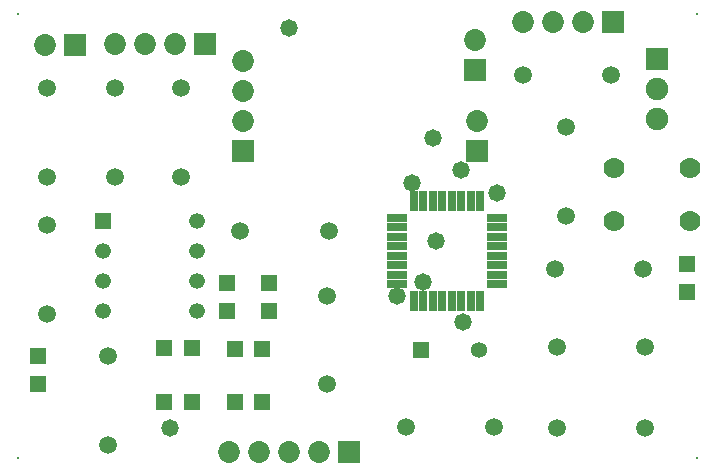
<source format=gts>
G04*
G04 #@! TF.GenerationSoftware,Altium Limited,Altium Designer,24.2.2 (26)*
G04*
G04 Layer_Color=8388736*
%FSLAX44Y44*%
%MOMM*%
G71*
G04*
G04 #@! TF.SameCoordinates,F2C55401-2C48-4F77-8023-E721376540C6*
G04*
G04*
G04 #@! TF.FilePolarity,Negative*
G04*
G01*
G75*
%ADD19R,1.4532X1.3532*%
%ADD20R,1.3532X1.4532*%
%ADD21R,1.7032X0.8032*%
%ADD22R,0.8032X1.7032*%
%ADD23C,0.2032*%
%ADD24C,1.5032*%
%ADD25C,1.8532*%
%ADD26R,1.8532X1.8532*%
%ADD27R,1.9032X1.9032*%
%ADD28C,1.9032*%
%ADD29C,1.3332*%
%ADD30R,1.3332X1.3332*%
%ADD31R,1.8532X1.8532*%
%ADD32C,1.7782*%
%ADD33C,1.3582*%
%ADD34R,1.3582X1.3582*%
%ADD35C,1.4732*%
D19*
X29000Y97750D02*
D03*
Y74250D02*
D03*
X224000Y160000D02*
D03*
Y136500D02*
D03*
X578000Y175750D02*
D03*
Y152250D02*
D03*
X189000Y160000D02*
D03*
Y136500D02*
D03*
D20*
X195250Y104000D02*
D03*
X218750D02*
D03*
X195250Y59000D02*
D03*
X218750D02*
D03*
X135250Y59000D02*
D03*
X158750D02*
D03*
X135250Y105000D02*
D03*
X158750D02*
D03*
D21*
X332500Y215000D02*
D03*
Y207000D02*
D03*
Y199000D02*
D03*
Y191000D02*
D03*
Y183000D02*
D03*
Y175000D02*
D03*
Y167000D02*
D03*
Y159000D02*
D03*
X417500D02*
D03*
Y167000D02*
D03*
Y175000D02*
D03*
Y183000D02*
D03*
Y191000D02*
D03*
Y199000D02*
D03*
Y207000D02*
D03*
Y215000D02*
D03*
D22*
X347000Y144500D02*
D03*
X355000D02*
D03*
X363000D02*
D03*
X371000D02*
D03*
X379000D02*
D03*
X387000D02*
D03*
X395000D02*
D03*
X403000D02*
D03*
Y229500D02*
D03*
X395000D02*
D03*
X387000D02*
D03*
X379000D02*
D03*
X371000D02*
D03*
X363000D02*
D03*
X355000D02*
D03*
X347000D02*
D03*
D23*
X12000Y12000D02*
D03*
Y388000D02*
D03*
D03*
X587000Y12000D02*
D03*
Y388000D02*
D03*
D24*
X93500Y325000D02*
D03*
Y250000D02*
D03*
X476000Y291999D02*
D03*
Y217000D02*
D03*
X543000Y106000D02*
D03*
X468000D02*
D03*
X200000Y204000D02*
D03*
X275000D02*
D03*
X273000Y149000D02*
D03*
Y74000D02*
D03*
X340000Y38000D02*
D03*
X415000D02*
D03*
X88000Y23000D02*
D03*
Y98000D02*
D03*
X150000Y250000D02*
D03*
Y325000D02*
D03*
X36000Y250000D02*
D03*
Y325000D02*
D03*
X36000Y134000D02*
D03*
Y209000D02*
D03*
X439000Y336000D02*
D03*
X514000D02*
D03*
X468000Y37000D02*
D03*
X543000D02*
D03*
X466000Y172000D02*
D03*
X541000D02*
D03*
D25*
X202000Y347800D02*
D03*
Y322400D02*
D03*
Y297000D02*
D03*
X400000Y297000D02*
D03*
X399000Y365400D02*
D03*
X439600Y381000D02*
D03*
X465000D02*
D03*
X490400D02*
D03*
X93600Y362000D02*
D03*
X119000D02*
D03*
X144400D02*
D03*
X34600Y361000D02*
D03*
X190600Y17000D02*
D03*
X216000D02*
D03*
X241400D02*
D03*
X266800D02*
D03*
D26*
X202000Y271600D02*
D03*
X400000Y271600D02*
D03*
X399000Y340000D02*
D03*
D27*
X553000Y349400D02*
D03*
D28*
Y324000D02*
D03*
Y298600D02*
D03*
D29*
X163000Y212200D02*
D03*
Y186800D02*
D03*
Y161400D02*
D03*
Y136000D02*
D03*
X83600D02*
D03*
Y161400D02*
D03*
Y186800D02*
D03*
D30*
Y212200D02*
D03*
D31*
X515800Y381000D02*
D03*
X169800Y362000D02*
D03*
X60000Y361000D02*
D03*
X292200Y17000D02*
D03*
D32*
X581000Y257000D02*
D03*
Y212000D02*
D03*
X516000D02*
D03*
Y257000D02*
D03*
D33*
X402000Y103000D02*
D03*
D34*
X353200D02*
D03*
D35*
X365252Y195072D02*
D03*
X388112Y126746D02*
D03*
X241046Y375666D02*
D03*
X417068Y236220D02*
D03*
X387000Y255524D02*
D03*
X363000Y282599D02*
D03*
X140462Y37084D02*
D03*
X344932Y244348D02*
D03*
X332740Y148590D02*
D03*
X355000Y160782D02*
D03*
M02*

</source>
